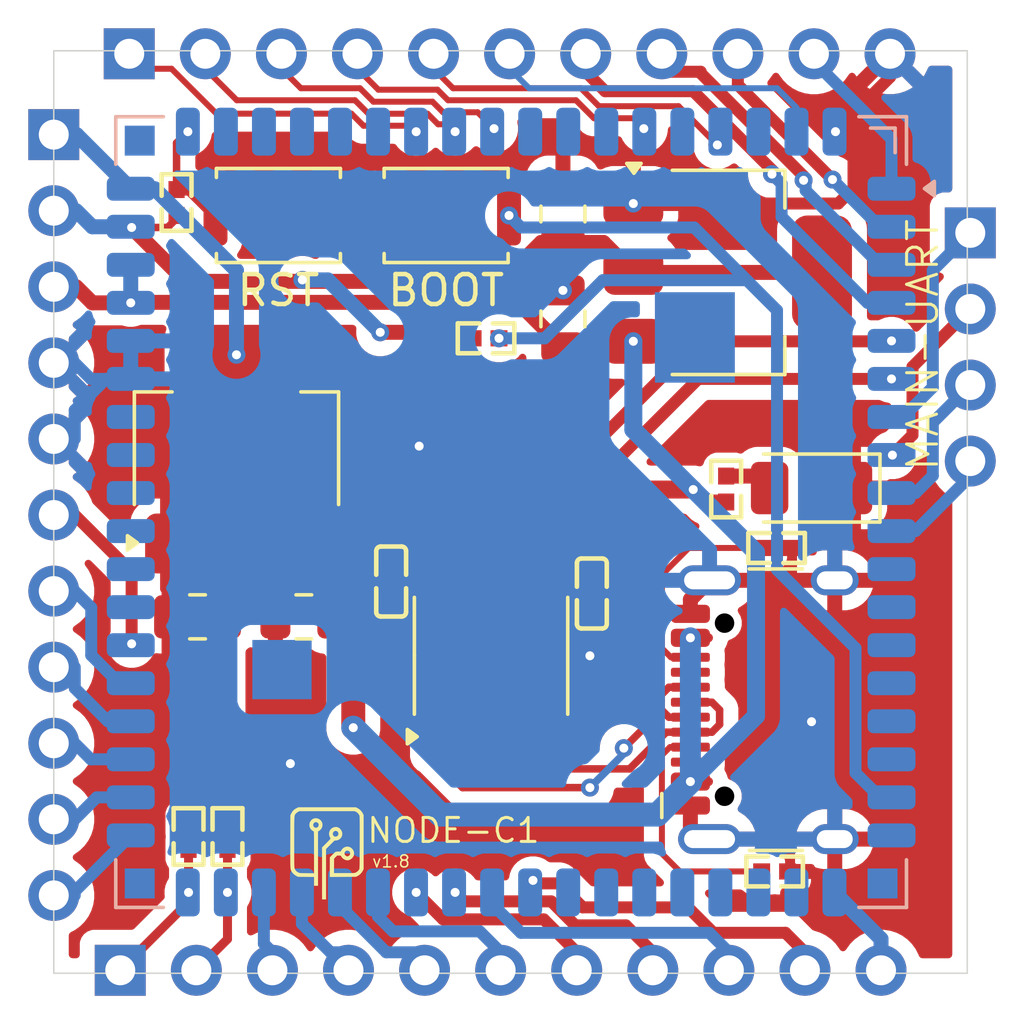
<source format=kicad_pcb>
(kicad_pcb (version 20241229) (generator "pcbnew") (generator_version "9.0")
  (layers (0 "F.Cu" signal) (2 "B.Cu" signal) (13 "F.Paste" user) (15 "B.Paste" user) (5 "F.SilkS" user "F.Silkscreen") (7 "B.SilkS" user "B.Silkscreen") (1 "F.Mask" user) (3 "B.Mask" user) (25 "Edge.Cuts" user))
  (net 0 "")
  (net 1 "GND")
  (net 2 "+3.3V")
  (net 3 "VBUS")
  (net 4 "+1V8")
  (net 5 "RST")
  (net 6 "Net-(U2-V3)")
  (net 7 "/D+")
  (net 8 "Net-(J1-CC2)")
  (net 10 "/D-")
  (net 12 "Net-(J1-CC1)")
  (net 13 "/SDA")
  (net 14 "/SCL")
  (net 16 "/ICTS")
  (net 23 "BOOT")
  (net 25 "Net-(U1-IO5{slash}ISP_Tx)")
  (net 26 "Net-(U1-IO4{slash}ISP_Rx)")
  (net 29 "/IRTS")
  (net 42 "/ITX")
  (net 43 "/IRX")
  (net 47 "/TDI")
  (net 48 "/TCK")
  (net 49 "/TMS")
  (net 50 "/TDO")
  (net 51 "/DVP1")
  (net 52 "/DVP3")
  (net 53 "/DVP2")
  (net 58 "/LCD3")
  (net 59 "/LCD1")
  (net 60 "/LCD2")
  (net 61 "/IO40")
  (net 62 "/IO37")
  (net 63 "/IO36")
  (net 64 "/IO38")
  (net 65 "/IO41")
  (net 66 "/IO39")
  (net 67 "/IO31")
  (net 68 "/IO26")
  (net 69 "/IO28")
  (net 70 "/IO33")
  (net 71 "/IO29")
  (net 72 "/IO32")
  (net 73 "/IO30")
  (net 74 "/IO27")
  (net 75 "/IO18")
  (net 77 "Net-(D1-A)")
  (footprint "0402:R0402" (layer "F.Cu") (at 145.55 78.3328 90)
    (property "Reference" "R4" (hide yes))
    (property "Value" "RC0402FR-13220RL (220Ω)" (hide yes))
  )
  (footprint "Capacitor_SMD:C_0805_2012Metric" (layer "F.Cu") (at 127.9 82.6 180)
    (property "Reference" "C7" (hide yes))
    (property "Value" "10u" (hide yes))
  )
  (footprint "Connector_PinHeader_2.54mm:PinHeader_1x04_P2.54mm_Vertical" (layer "F.Cu") (at 153.7 69.78)
    (property "Reference" "J3" (hide yes))
    (property "Value" "Conn_01x04_Pin" (hide yes))
  )
  (footprint "Connector_PinHeader_2.54mm:PinHeader_1x11_P2.54mm_Vertical" (layer "F.Cu") (at 123.1 66.5)
    (property "Reference" "J5" (hide yes))
    (property "Value" "Conn_01x11_Pin" (hide yes))
  )
  (footprint "0402:R0402" (layer "F.Cu") (at 127.6 89.9328 -90)
    (property "Reference" "R3" (hide yes))
    (property "Value" "5.1kΩ" (hide yes))
  )
  (footprint "Package_SO:SOP-8_3.9x4.9mm_P1.27mm" (layer "F.Cu") (at 137.7 83.9 90)
    (property "Reference" "U2" (hide yes))
    (property "Value" "CH340N" (hide yes))
  )
  (footprint "Button_Switch_SMD:SW_Push_SPST_NO_Alps_SKRK" (layer "F.Cu") (at 136.2 69.2)
    (property "Reference" "BOOT")
    (property "Value" "SKRKAGE020" (hide yes))
  )
  (footprint "Connector_USB:USB_C_Receptacle_HCTL_HC-TYPE-C-16P-01A" (layer "F.Cu") (at 148.1 85.7 90)
    (property "Reference" "J1" (hide yes))
    (property "Value" "USB_C_Receptacle_USB2.0_16P" (hide yes))
  )
  (footprint "0402:R0402" (layer "F.Cu") (at 128.9 89.9328 -90)
    (property "Reference" "R2" (hide yes))
    (property "Value" "5.1kΩ" (hide yes))
  )
  (footprint "0402:R0402" (layer "F.Cu") (at 137.5328 73.3)
    (property "Reference" "R8" (hide yes))
    (property "Value" "RC0402FR-075K1L (5.1kΩ)" (hide yes))
  )
  (footprint "10uF:C0402" (layer "F.Cu") (at 141.065 81.8201 90)
    (property "Reference" "C2" (hide yes))
    (property "Value" "100nF" (hide yes))
  )
  (footprint "0402:R0402" (layer "F.Cu") (at 147.1672 91.1)
    (property "Reference" "R6" (hide yes))
    (property "Value" "5.1kΩ" (hide yes))
  )
  (footprint "Connector_PinHeader_2.54mm:PinHeader_1x11_P2.54mm_Vertical" (layer "F.Cu") (at 125.32 94.4 90)
    (property "Reference" "J4" (hide yes))
    (property "Value" "Conn_01x11_Pin" (hide yes))
  )
  (footprint "Capacitor_SMD:C_0805_2012Metric" (layer "F.Cu") (at 131.45 82.6 180)
    (property "Reference" "C4" (hide yes))
    (property "Value" "10u" (hide yes))
  )
  (footprint "Package_TO_SOT_SMD:SOT-223-3_TabPin2" (layer "F.Cu") (at 145.6 71.1)
    (property "Reference" "U3" (hide yes))
    (property "Value" "NCP1117-1.8_SOT223" (hide yes))
  )
  (footprint "0402:R0402" (layer "F.Cu") (at 147.2328 80.3)
    (property "Reference" "R5" (hide yes))
    (property "Value" "5.1kΩ" (hide yes))
  )
  (footprint "Capacitor_SMD:C_0805_2012Metric" (layer "F.Cu") (at 140.1 72.65 90)
    (property "Reference" "C5" (hide yes))
    (property "Value" "10u" (hide yes))
  )
  (footprint "0402:R0402" (layer "F.Cu") (at 127.2 68.7672 90)
    (property "Reference" "R7" (hide yes))
    (property "Value" "RC0402FR-075K1L (5.1kΩ)" (hide yes))
  )
  (footprint "10uF:C0402" (layer "F.Cu") (at 134.365 81.4201 90)
    (property "Reference" "C3" (hide yes))
    (property "Value" "100nF" (hide yes))
  )
  (footprint "Button_Switch_SMD:SW_Push_SPST_NO_Alps_SKRK" (layer "F.Cu") (at 130.6 69.2 180)
    (property "Reference" "RST")
    (property "Value" "SKRKAGE020" (hide yes))
  )
  (footprint "LED_SMD:LED_1206_3216Metric" (layer "F.Cu") (at 148.4 78.3 180)
    (property "Reference" "D1" (hide yes))
    (property "Value" "LTST-C150RKT" (hide yes))
  )
  (footprint "Package_TO_SOT_SMD:SOT-223-3_TabPin2" (layer "F.Cu") (at 129.2 77 90)
    (property "Reference" "U4" (hide yes))
    (property "Value" "NCP1117-3.3_SOT223" (hide yes))
  )
  (footprint "Capacitor_SMD:C_0805_2012Metric" (layer "F.Cu") (at 140.1 69.15 90)
    (property "Reference" "C6" (hide yes))
    (property "Value" "10u" (hide yes))
  )
  (footprint "Connector_PinHeader_2.54mm:PinHeader_1x11_P2.54mm_Vertical" (layer "F.Cu") (at 125.62 63.8 90)
    (property "Reference" "J2" (hide yes))
    (property "Value" "Conn_01x11_Pin" (hide yes))
  )
  (footprint "LOGO" (layer "F.Cu") (at 132.2 90.4)
    (property "Reference" "G***" (hide yes))
    (property "Value" "LOGO" (hide yes))
  )
  (footprint "Module:Sipeed-M1" (layer "B.Cu") (at 138.37 79.101 180)
    (property "Reference" "U1" (hide yes))
    (property "Value" "Sipeed-M1")
  )
  (gr_rect (start 123.1 63.7) (end 153.6 94.5) (stroke (width 0.05)) (fill no) (layer "Edge.Cuts"))
  (gr_text "v1.8" (at 133.7 91 -0) (layer "F.SilkS") (effects (font (size 0.4 0.4) (thickness 0.05)) (justify left bottom)))
  (gr_text "MAIN-UART" (at 152.7 77.8 90) (layer "F.SilkS") (effects (font (size 1 1) (thickness 0.1)) (justify left bottom)))
  (gr_text "NODE-C1\n" (at 133.5 90.2 -0) (layer "F.SilkS") (effects (font (size 0.8 0.8) (thickness 0.1)) (justify left bottom)))
  (segment (start 149.2 66.4) (end 151.02 64.58) (width 0.4) (layer "F.Cu") (net 1))
  (segment (start 149.801 67.001) (end 149.801 68.290364) (width 0.4) (layer "F.Cu") (net 1))
  (segment (start 151.02 64.58) (end 151.02 64.401) (width 0.4) (layer "F.Cu") (net 1))
  (segment (start 149.801 68.290364) (end 149.291364 68.8) (width 0.4) (layer "F.Cu") (net 1))
  (segment (start 144.355 82.02) (end 144.995 81.38) (width 0.5) (layer "F.Cu") (net 1))
  (segment (start 149.291364 68.8) (end 142.45 68.8) (width 0.4) (layer "F.Cu") (net 1))
  (segment (start 144.355 82.5) (end 144.355 82.02) (width 0.5) (layer "F.Cu") (net 1))
  (segment (start 149.2 66.4) (end 149.801 67.001) (width 0.4) (layer "F.Cu") (net 1))
  (via (at 142.45 68.8) (size 0.6) (drill 0.3) (layers "F.Cu" "B.Cu") (net 1))
  (via (at 141 83.9) (size 0.6) (drill 0.3) (layers "F.Cu" "B.Cu") (net 1))
  (via (at 149.2 66.4) (size 0.6) (drill 0.3) (layers "F.Cu" "B.Cu") (net 1))
  (via (at 135.3 76.9) (size 0.6) (drill 0.3) (layers "F.Cu" "B.Cu") (net 1))
  (via (at 131 87.5) (size 0.6) (drill 0.3) (layers "F.Cu" "B.Cu") (net 1))
  (via (at 140.1 71.7) (size 0.6) (drill 0.3) (layers "F.Cu" "B.Cu") (net 1))
  (via (at 148.4 86.1) (size 0.6) (drill 0.3) (layers "F.Cu" "B.Cu") (net 1))
  (segment (start 124.844 74.656) (end 123.801 75.699) (width 0.4) (layer "B.Cu") (net 1))
  (segment (start 149.199 66.401) (end 149.2 66.4) (width 0.4) (layer "B.Cu") (net 1))
  (segment (start 123.801 75.699) (end 123.801 76.66) (width 0.4) (layer "B.Cu") (net 1))
  (segment (start 151.07 64.451) (end 151.02 64.401) (width 0.4) (layer "B.Cu") (net 1))
  (segment (start 125.67 74.656) (end 124.337 74.656) (width 0.4) (layer "B.Cu") (net 1))
  (segment (start 149.1675 66.401) (end 149.199 66.401) (width 0.4) (layer "B.Cu") (net 1))
  (segment (start 125.67 74.656) (end 124.844 74.656) (width 0.4) (layer "B.Cu") (net 1))
  (segment (start 124.337 74.656) (end 123.801 74.12) (width 0.4) (layer "B.Cu") (net 1))
  (segment (start 129.2 80.15) (end 129.2 82.25) (width 0.5) (layer "F.Cu") (net 2))
  (segment (start 128.9 89.3) (end 128.85 89.25) (width 0.3) (layer "F.Cu") (net 2))
  (segment (start 128.9 89.5) (end 128.9 89.3) (width 0.3) (layer "F.Cu") (net 2))
  (segment (start 129.2 82.25) (end 128.85 82.6) (width 0.5) (layer "F.Cu") (net 2))
  (segment (start 129.2 80.15) (end 129.2 73.85) (width 0.5) (layer "F.Cu") (net 2))
  (segment (start 128.85 89.25) (end 128.85 82.6) (width 0.3) (layer "F.Cu") (net 2))
  (segment (start 128.9 89.5) (end 127.6 89.5) (width 0.3) (layer "F.Cu") (net 2))
  (via (at 129.2 73.85) (size 0.6) (drill 0.3) (layers "F.Cu" "B.Cu") (net 2))
  (segment (start 123.864 66.5) (end 123.851 66.5) (width 0.5) (layer "B.Cu") (net 2))
  (segment (start 126.47 68.306) (end 125.67 68.306) (width 0.5) (layer "B.Cu") (net 2))
  (segment (start 125.67 68.306) (end 123.864 66.5) (width 0.5) (layer "B.Cu") (net 2))
  (segment (start 129.2 71.036) (end 126.47 68.306) (width 0.5) (layer "B.Cu") (net 2))
  (segment (start 129.2 73.85) (end 129.2 71.036) (width 0.5) (layer "B.Cu") (net 2))
  (segment (start 133.1 86.3) (end 133.1 83.3) (width 0.8) (layer "F.Cu") (net 3))
  (segment (start 125.67 72.116) (end 124.387 72.116) (width 0.5) (layer "F.Cu") (net 3))
  (segment (start 144.355 83.3) (end 144.958281 83.3) (width 0.3) (layer "F.Cu") (net 3))
  (segment (start 140.1 73.6) (end 138.6 72.1) (width 0.5) (layer "F.Cu") (net 3))
  (segment (start 141.065 80.202214) (end 141.065 81.275) (width 0.6) (layer "F.Cu") (net 3))
  (segment (start 125.686 72.1) (end 125.67 72.116) (width 0.5) (layer "F.Cu") (net 3))
  (segment (start 133.1 83.3) (end 132.4 82.6) (width 0.8) (layer "F.Cu") (net 3))
  (segment (start 124.387 72.116) (end 123.851 71.58) (width 0.5) (layer "F.Cu") (net 3))
  (segment (start 131.5 80.15) (end 131.5 81.7) (width 0.5) (layer "F.Cu") (net 3))
  (segment (start 142.45 73.4) (end 140.3 73.4) (width 0.5) (layer "F.Cu") (net 3))
  (segment (start 131.5 81.7) (end 132.4 82.6) (width 0.5) (layer "F.Cu") (net 3))
  (segment (start 139.605 81.275) (end 141.065 81.275) (width 0.5) (layer "F.Cu") (net 3))
  (segment (start 140.3 73.4) (end 140.1 73.6) (width 0.5) (layer "F.Cu") (net 3))
  (segment (start 144.45 78.35) (end 142.917214 78.35) (width 0.6) (layer "F.Cu") (net 3))
  (segment (start 144.8656 78.7656) (end 144.45 78.35) (width 0.5) (layer "F.Cu") (net 3))
  (segment (start 144.959534 88.1) (end 144.355 88.1) (width 0.3) (layer "F.Cu") (net 3))
  (segment (start 145.55 78.7656) (end 144.8656 78.7656) (width 0.5) (layer "F.Cu") (net 3))
  (segment (start 138.6 72.1) (end 125.686 72.1) (width 0.5) (layer "F.Cu") (net 3))
  (segment (start 142.917214 78.35) (end 141.065 80.202214) (width 0.6) (layer "F.Cu") (net 3))
  (via (at 133.1 86.3) (size 0.6) (drill 0.3) (layers "F.Cu" "B.Cu") (net 3))
  (via (at 144.355 88.1) (size 0.6) (drill 0.3) (layers "F.Cu" "B.Cu") (net 3))
  (via (at 125.67 72.116) (size 0.6) (drill 0.3) (layers "F.Cu" "B.Cu") (net 3))
  (via (at 144.45 78.35) (size 0.6) (drill 0.3) (layers "F.Cu" "B.Cu") (net 3))
  (via (at 144.355 83.3) (size 0.6) (drill 0.3) (layers "F.Cu" "B.Cu") (net 3))
  (via (at 142.45 73.4) (size 0.6) (drill 0.3) (layers "F.Cu" "B.Cu") (net 3))
  (segment (start 144.45 78.35) (end 144.4 78.3) (width 0.6) (layer "B.Cu") (net 3))
  (segment (start 146.546 80.446) (end 146.546 85.909) (width 0.6) (layer "B.Cu") (net 3))
  (segment (start 125.67 70.846) (end 125.67 72.116) (width 0.5) (layer "B.Cu") (net 3))
  (segment (start 146.546 85.909) (end 144.355 88.1) (width 0.6) (layer "B.Cu") (net 3))
  (segment (start 143.253 89.202) (end 136.002 89.202) (width 0.8) (layer "B.Cu") (net 3))
  (segment (start 144.45 78.35) (end 146.546 80.446) (width 0.6) (layer "B.Cu") (net 3))
  (segment (start 144.355 83.3) (end 144.355 88.1) (width 0.7) (layer "B.Cu") (net 3))
  (segment (start 142.45 73.4) (end 142.45 76.35) (width 0.6) (layer "B.Cu") (net 3))
  (segment (start 136.002 89.202) (end 133.1 86.3) (width 0.8) (layer "B.Cu") (net 3))
  (segment (start 144.355 88.1) (end 143.253 89.202) (width 0.8) (layer "B.Cu") (net 3))
  (segment (start 142.45 76.35) (end 144.45 78.35) (width 0.6) (layer "B.Cu") (net 3))
  (segment (start 138.801 70.674) (end 139.375 70.1) (width 0.5) (layer "F.Cu") (net 4))
  (segment (start 136.9 73.1) (end 137.1 73.3) (width 0.5) (layer "F.Cu") (net 4))
  (segment (start 134 73.1) (end 136.9 73.1) (width 0.5) (layer "F.Cu") (net 4))
  (segment (start 125.7 69.6) (end 126.9 69.6) (width 0.25) (layer "F.Cu") (net 4))
  (segment (start 142.45 71.1) (end 141.45 70.1) (width 0.5) (layer "F.Cu") (net 4))
  (segment (start 138.801 71.399) (end 138.801 70.674) (width 0.5) (layer "F.Cu") (net 4))
  (segment (start 126.9 69.6) (end 127.2 69.3) (width 0.25) (layer "F.Cu") (net 4))
  (segment (start 142.45 71.1) (end 148.75 71.1) (width 0.5) (layer "F.Cu") (net 4))
  (segment (start 139.375 70.1) (end 140.1 70.1) (width 0.5) (layer "F.Cu") (net 4))
  (segment (start 138.801 71.399) (end 127.499 71.399) (width 0.5) (layer "F.Cu") (net 4))
  (segment (start 141.45 70.1) (end 140.1 70.1) (width 0.5) (layer "F.Cu") (net 4))
  (segment (start 127.499 71.399) (end 125.7 69.6) (width 0.5) (layer "F.Cu") (net 4))
  (via (at 134 73.1) (size 0.6) (drill 0.3) (layers "F.Cu" "B.Cu") (net 4))
  (via (at 125.7 69.6) (size 0.6) (drill 0.3) (layers "F.Cu" "B.Cu") (net 4))
  (via (at 131.4 71.35) (size 0.6) (drill 0.3) (layers "F.Cu" "B.Cu") (net 4))
  (segment (start 132.25 71.35) (end 134 73.1) (width 0.5) (layer "B.Cu") (net 4))
  (segment (start 124.387 69.576) (end 123.851 69.04) (width 0.5) (layer "B.Cu") (net 4))
  (segment (start 131.4 71.35) (end 132.25 71.35) (width 0.5) (layer "B.Cu") (net 4))
  (segment (start 125.67 69.576) (end 125.676 69.576) (width 0.5) (layer "B.Cu") (net 4))
  (segment (start 125.67 69.576) (end 124.387 69.576) (width 0.5) (layer "B.Cu") (net 4))
  (segment (start 125.676 69.576) (end 125.7 69.6) (width 0.5) (layer "B.Cu") (net 4))
  (segment (start 127.6344 68.3344) (end 128.5 69.2) (width 0.4) (layer "F.Cu") (net 5))
  (segment (start 127.2 68.3344) (end 127.6344 68.3344) (width 0.4) (layer "F.Cu") (net 5))
  (segment (start 127.2 68.4344) (end 127.2 66.7785) (width 0.25) (layer "F.Cu") (net 5))
  (segment (start 127.2 66.7785) (end 127.5775 66.401) (width 0.25) (layer "F.Cu") (net 5))
  (via (at 127.5775 66.401) (size 0.6) (drill 0.3) (layers "F.Cu" "B.Cu") (net 5))
  (segment (start 135.395 80.875) (end 134.365 80.875) (width 0.25) (layer "F.Cu") (net 6))
  (segment (start 135.795 81.275) (end 135.395 80.875) (width 0.25) (layer "F.Cu") (net 6))
  (segment (start 136.746001 88.301) (end 135.795 87.349999) (width 0.25) (layer "F.Cu") (net 7))
  (segment (start 143.379 85.4) (end 143.379 85.206822) (width 0.25) (layer "F.Cu") (net 7))
  (segment (start 144.355 85.95) (end 143.635822 85.95) (width 0.25) (layer "F.Cu") (net 7))
  (segment (start 143.379 85.4) (end 143.379 85.737116) (width 0.25) (layer "F.Cu") (net 7))
  (segment (start 143.635822 85.95) (end 143.379 85.693178) (width 0.25) (layer "F.Cu") (net 7))
  (segment (start 143.379 85.737116) (end 142.132558 86.983558) (width 0.25) (layer "F.Cu") (net 7))
  (segment (start 143.379 85.693178) (end 143.379 85.4) (width 0.25) (layer "F.Cu") (net 7))
  (segment (start 135.795 87.349999) (end 135.795 86.525) (width 0.25) (layer "F.Cu") (net 7))
  (segment (start 143.379 85.206822) (end 143.635822 84.95) (width 0.25) (layer "F.Cu") (net 7))
  (segment (start 141 88.301) (end 136.746001 88.301) (width 0.25) (layer "F.Cu") (net 7))
  (segment (start 143.635822 84.95) (end 144.355 84.95) (width 0.25) (layer "F.Cu") (net 7))
  (via (at 142.132558 86.983558) (size 0.6) (drill 0.3) (layers "F.Cu" "B.Cu") (net 7))
  (via (at 141 88.301) (size 0.6) (drill 0.3) (layers "F.Cu" "B.Cu") (net 7))
  (segment (start 142.132558 86.983558) (end 142.132558 87.168442) (width 0.25) (layer "B.Cu") (net 7))
  (segment (start 142.132558 87.168442) (end 141 88.301) (width 0.25) (layer "B.Cu") (net 7))
  (segment (start 143.404 83.648999) (end 143.404 81.196) (width 0.2) (layer "F.Cu") (net 8))
  (segment (start 144.3 80.3) (end 146.8 80.3) (width 0.2) (layer "F.Cu") (net 8))
  (segment (start 143.705001 83.95) (end 143.404 83.648999) (width 0.2) (layer "F.Cu") (net 8))
  (segment (start 143.404 81.196) (end 144.3 80.3) (width 0.2) (layer "F.Cu") (net 8))
  (segment (start 144.355 83.95) (end 143.705001 83.95) (width 0.2) (layer "F.Cu") (net 8))
  (segment (start 144.355 86.45) (end 143.55 86.45) (width 0.25) (layer "F.Cu") (net 10))
  (segment (start 143.55 86.45) (end 142.324 87.676) (width 0.25) (layer "F.Cu") (net 10))
  (segment (start 144.355 85.45) (end 145.074178 85.45) (width 0.25) (layer "F.Cu") (net 10))
  (segment (start 137.065 86.757322) (end 137.065 86.525) (width 0.25) (layer "F.Cu") (net 10))
  (segment (start 145.074178 85.45) (end 145.331 85.706822) (width 0.25) (layer "F.Cu") (net 10))
  (segment (start 142.324 87.676) (end 137.983678 87.676) (width 0.25) (layer "F.Cu") (net 10))
  (segment (start 137.983678 87.676) (end 137.065 86.757322) (width 0.25) (layer "F.Cu") (net 10))
  (segment (start 145.331 85.706822) (end 145.331 86.193178) (width 0.25) (layer "F.Cu") (net 10))
  (segment (start 145.074178 86.45) (end 144.355 86.45) (width 0.25) (layer "F.Cu") (net 10))
  (segment (start 145.331 86.193178) (end 145.074178 86.45) (width 0.25) (layer "F.Cu") (net 10))
  (segment (start 143.404 90.504) (end 143.404 87.217176) (width 0.2) (layer "F.Cu") (net 12))
  (segment (start 143.671176 86.95) (end 144.355 86.95) (width 0.2) (layer "F.Cu") (net 12))
  (segment (start 146.7344 91.1) (end 144 91.1) (width 0.2) (layer "F.Cu") (net 12))
  (segment (start 144 91.1) (end 143.404 90.504) (width 0.2) (layer "F.Cu") (net 12))
  (segment (start 143.404 87.217176) (end 143.671176 86.95) (width 0.2) (layer "F.Cu") (net 12))
  (segment (start 128.411 93.849) (end 127.86 93.849) (width 0.3) (layer "F.Cu") (net 13))
  (segment (start 128.9 91.8) (end 128.9 93.36) (width 0.3) (layer "F.Cu") (net 13))
  (segment (start 128.9 93.36) (end 128.411 93.849) (width 0.3) (layer "F.Cu") (net 13))
  (segment (start 128.9 91.8) (end 128.9 90.3656) (width 0.3) (layer "F.Cu") (net 13))
  (via (at 128.9 91.8) (size 0.6) (drill 0.3) (layers "F.Cu" "B.Cu") (net 13))
  (segment (start 128.845 91.801) (end 128.899 91.801) (width 0.3) (layer "B.Cu") (net 13))
  (segment (start 128.899 91.801) (end 128.9 91.8) (width 0.3) (layer "B.Cu") (net 13))
  (segment (start 125.871 93.849) (end 125.32 93.849) (width 0.3) (layer "F.Cu") (net 14))
  (segment (start 127.6 92.12) (end 125.871 93.849) (width 0.3) (layer "F.Cu") (net 14))
  (segment (start 127.6 91.8) (end 127.6 90.3656) (width 0.3) (layer "F.Cu") (net 14))
  (segment (start 127.6 91.8) (end 127.6 92.12) (width 0.3) (layer "F.Cu") (net 14))
  (via (at 127.6 91.8) (size 0.6) (drill 0.3) (layers "F.Cu" "B.Cu") (net 14))
  (segment (start 127.575 91.801) (end 127.599 91.801) (width 0.3) (layer "B.Cu") (net 14))
  (segment (start 127.599 91.801) (end 127.6 91.8) (width 0.3) (layer "B.Cu") (net 14))
  (segment (start 151.771 76.529) (end 151.771 74.249) (width 0.4) (layer "F.Cu") (net 16))
  (segment (start 151.771 74.249) (end 153.7 72.32) (width 0.4) (layer "F.Cu") (net 16))
  (segment (start 151.1 77.2) (end 151.771 76.529) (width 0.4) (layer "F.Cu") (net 16))
  (via (at 151.1 77.2) (size 0.6) (drill 0.3) (layers "F.Cu" "B.Cu") (net 16))
  (segment (start 151.096 77.196) (end 151.1 77.2) (width 0.4) (layer "B.Cu") (net 16))
  (segment (start 151.07 77.196) (end 151.096 77.196) (width 0.4) (layer "B.Cu") (net 16))
  (via (at 137.9656 73.3) (size 0.6) (drill 0.3) (layers "F.Cu" "B.Cu") (net 23))
  (via (at 138.3 69.2) (size 0.6) (drill 0.3) (layers "F.Cu" "B.Cu") (net 23))
  (segment (start 139.491364 73.3) (end 137.9656 73.3) (width 0.4) (layer "B.Cu") (net 23))
  (segment (start 138.7 69.6) (end 144.481 69.6) (width 0.4) (layer "B.Cu") (net 23))
  (segment (start 144.481 69.6) (end 146.241 71.36) (width 0.4) (layer "B.Cu") (net 23))
  (segment (start 149.869 83.648206) (end 147.247 81.026206) (width 0.4) (layer "B.Cu") (net 23))
  (segment (start 149.869 87.810484) (end 149.869 83.648206) (width 0.4) (layer "B.Cu") (net 23))
  (segment (start 146.241 71.36) (end 141.431364 71.36) (width 0.4) (layer "B.Cu") (net 23))
  (segment (start 151.07 88.626) (end 150.684516 88.626) (width 0.4) (layer "B.Cu") (net 23))
  (segment (start 147.247 72.366) (end 146.241 71.36) (width 0.4) (layer "B.Cu") (net 23))
  (segment (start 138.3 69.2) (end 138.7 69.6) (width 0.4) (layer "B.Cu") (net 23))
  (segment (start 150.684516 88.626) (end 149.869 87.810484) (width 0.4) (layer "B.Cu") (net 23))
  (segment (start 141.431364 71.36) (end 139.491364 73.3) (width 0.4) (layer "B.Cu") (net 23))
  (segment (start 147.247 81.026206) (end 147.247 72.366) (width 0.4) (layer "B.Cu") (net 23))
  (segment (start 138.335 81.275) (end 138.335 80.936612) (width 0.4) (layer "F.Cu") (net 25))
  (segment (start 144.615612 74.656) (end 151.07 74.656) (width 0.4) (layer "F.Cu") (net 25))
  (segment (start 138.335 80.936612) (end 144.615612 74.656) (width 0.4) (layer "F.Cu") (net 25))
  (via (at 151.07 74.656) (size 0.6) (drill 0.3) (layers "F.Cu" "B.Cu") (net 25))
  (segment (start 144.600612 73.401) (end 151.055 73.401) (width 0.4) (layer "F.Cu") (net 26))
  (segment (start 137.065 80.936612) (end 144.600612 73.401) (width 0.4) (layer "F.Cu") (net 26))
  (segment (start 151.055 73.401) (end 151.07 73.386) (width 0.4) (layer "F.Cu") (net 26))
  (segment (start 137.065 81.275) (end 137.065 80.936612) (width 0.4) (layer "F.Cu") (net 26))
  (via (at 151.07 73.386) (size 0.6) (drill 0.3) (layers "F.Cu" "B.Cu") (net 26))
  (segment (start 151.455484 75.926) (end 152.449 74.932484) (width 0.4) (layer "B.Cu") (net 29))
  (segment (start 152.449 74.932484) (end 152.449 71.031) (width 0.4) (layer "B.Cu") (net 29))
  (segment (start 152.449 71.031) (end 153.7 69.78) (width 0.4) (layer "B.Cu") (net 29))
  (segment (start 151.07 75.926) (end 151.455484 75.926) (width 0.4) (layer "B.Cu") (net 29))
  (segment (start 153.7 77.906) (end 153.7 77.4) (width 0.4) (layer "B.Cu") (net 42))
  (segment (start 153.496 77.196) (end 153.7 77.4) (width 0.4) (layer "B.Cu") (net 42))
  (segment (start 151.07 79.736) (end 151.87 79.736) (width 0.4) (layer "B.Cu") (net 42))
  (segment (start 151.87 79.736) (end 153.7 77.906) (width 0.4) (layer "B.Cu") (net 42))
  (segment (start 151.07 78.466) (end 151.87 78.466) (width 0.4) (layer "B.Cu") (net 43))
  (segment (start 151.87 78.466) (end 152.449 77.887) (width 0.4) (layer "B.Cu") (net 43))
  (segment (start 152.449 76.111) (end 153.7 74.86) (width 0.4) (layer "B.Cu") (net 43))
  (segment (start 152.449 77.887) (end 152.449 76.111) (width 0.4) (layer "B.Cu") (net 43))
  (segment (start 149.1 68) (end 145.94 64.84) (width 0.4) (layer "F.Cu") (net 47))
  (segment (start 145.94 64.84) (end 145.94 64.401) (width 0.4) (layer "F.Cu") (net 47))
  (segment (start 145.94 64.401) (end 146.1 64.401) (width 0.4) (layer "F.Cu") (net 47))
  (via (at 149.1 68) (size 0.6) (drill 0.3) (layers "F.Cu" "B.Cu") (net 47))
  (segment (start 151.07 69.576) (end 150.676 69.576) (width 0.4) (layer "B.Cu") (net 47))
  (segment (start 150.676 69.576) (end 149.1 68) (width 0.4) (layer "B.Cu") (net 47))
  (segment (start 151.07 68.306) (end 151.07 66.648016) (width 0.4) (layer "B.Cu") (net 48))
  (segment (start 148.822984 64.401) (end 148.48 64.401) (width 0.4) (layer "B.Cu") (net 48))
  (segment (start 151.07 66.648016) (end 148.822984 64.401) (width 0.4) (layer "B.Cu") (net 48))
  (segment (start 144.7 64.401) (end 143.4 64.401) (width 0.4) (layer "F.Cu") (net 49))
  (segment (start 148.135019 67.884961) (end 144.7 64.449942) (width 0.4) (layer "F.Cu") (net 49))
  (segment (start 144.7 64.449942) (end 144.7 64.401) (width 0.4) (layer "F.Cu") (net 49))
  (segment (start 148.135019 68.024969) (end 148.135019 67.884961) (width 0.4) (layer "F.Cu") (net 49))
  (via (at 148.135019 68.024969) (size 0.6) (drill 0.3) (layers "F.Cu" "B.Cu") (net 49))
  (segment (start 148.205023 68.094973) (end 148.205023 68.366507) (width 0.4) (layer "B.Cu") (net 49))
  (segment (start 148.135019 68.024969) (end 148.205023 68.094973) (width 0.4) (layer "B.Cu") (net 49))
  (segment (start 150.684516 70.846) (end 151.07 70.846) (width 0.4) (layer "B.Cu") (net 49))
  (segment (start 148.205023 68.366507) (end 150.684516 70.846) (width 0.4) (layer "B.Cu") (net 49))
  (segment (start 141.508942 65.049942) (end 140.86 64.401) (width 0.4) (layer "F.Cu") (net 50))
  (segment (start 147.080054 67.819946) (end 147.080054 67.679938) (width 0.4) (layer "F.Cu") (net 50))
  (segment (start 144.450058 65.049942) (end 141.508942 65.049942) (width 0.4) (layer "F.Cu") (net 50))
  (segment (start 147.080054 67.679938) (end 144.450058 65.049942) (width 0.4) (layer "F.Cu") (net 50))
  (via (at 147.080054 67.819946) (size 0.6) (drill 0.3) (layers "F.Cu" "B.Cu") (net 50))
  (segment (start 147.080054 67.819946) (end 147.4 68.139892) (width 0.4) (layer "B.Cu") (net 50))
  (segment (start 147.4 69.246) (end 150.27 72.116) (width 0.4) (layer "B.Cu") (net 50))
  (segment (start 147.4 68.139892) (end 147.4 69.246) (width 0.4) (layer "B.Cu") (net 50))
  (segment (start 150.27 72.116) (end 151.07 72.116) (width 0.4) (layer "B.Cu") (net 50))
  (segment (start 147.8975 66.401) (end 147.8975 65.601) (width 0.2) (layer "B.Cu") (net 51))
  (segment (start 147.2475 64.951) (end 138.97 64.951) (width 0.2) (layer "B.Cu") (net 51))
  (segment (start 138.97 64.951) (end 138.32 64.301) (width 0.2) (layer "B.Cu") (net 51))
  (segment (start 147.8975 65.601) (end 147.2475 64.951) (width 0.2) (layer "B.Cu") (net 51))
  (segment (start 136.2639 65.352) (end 135.9119 65) (width 0.2) (layer "F.Cu") (net 52))
  (segment (start 140.535379 65.352) (end 136.2639 65.352) (width 0.2) (layer "F.Cu") (net 52))
  (segment (start 135.9119 65) (end 133.939 65) (width 0.2) (layer "F.Cu") (net 52))
  (segment (start 133.939 65) (end 133.24 64.301) (width 0.2) (layer "F.Cu") (net 52))
  (segment (start 141.135322 65.951942) (end 140.535379 65.352) (width 0.2) (layer "F.Cu") (net 52))
  (segment (start 142.8 66.3) (end 142.451942 65.951942) (width 0.2) (layer "F.Cu") (net 52))
  (segment (start 142.451942 65.951942) (end 141.135322 65.951942) (width 0.2) (layer "F.Cu") (net 52))
  (via (at 142.8 66.3) (size 0.6) (drill 0.3) (layers "F.Cu" "B.Cu") (net 52))
  (segment (start 142.8175 66.401) (end 142.8175 66.3175) (width 0.2) (layer "B.Cu") (net 52))
  (segment (start 142.8175 66.3175) (end 142.8 66.3) (width 0.2) (layer "B.Cu") (net 52))
  (segment (start 140.701479 64.951) (end 136.43 64.951) (width 0.2) (layer "F.Cu") (net 53))
  (segment (start 143.961108 65.550942) (end 141.301422 65.550942) (width 0.2) (layer "F.Cu") (net 53))
  (segment (start 141.301422 65.550942) (end 140.701479 64.951) (width 0.2) (layer "F.Cu") (net 53))
  (segment (start 145.255083 66.844917) (end 143.961108 65.550942) (width 0.2) (layer "F.Cu") (net 53))
  (segment (start 136.43 64.951) (end 135.78 64.301) (width 0.2) (layer "F.Cu") (net 53))
  (via (at 145.255083 66.844917) (size 0.6) (drill 0.3) (layers "F.Cu" "B.Cu") (net 53))
  (segment (start 145.3575 66.401) (end 145.3575 66.7425) (width 0.2) (layer "B.Cu") (net 53))
  (segment (start 145.3575 66.7425) (end 145.255083 66.844917) (width 0.2) (layer "B.Cu") (net 53))
  (segment (start 135.001 66.203) (end 133.4407 66.203) (width 0.2) (layer "F.Cu") (net 58))
  (segment (start 133.0377 65.8) (end 128.53224 65.8) (width 0.2) (layer "F.Cu") (net 58))
  (segment (start 133.4407 66.203) (end 133.0377 65.8) (width 0.2) (layer "F.Cu") (net 58))
  (segment (start 128.53224 65.8) (end 127.03324 64.301) (width 0.2) (layer "F.Cu") (net 58))
  (segment (start 127.03324 64.301) (end 125.62 64.301) (width 0.2) (layer "F.Cu") (net 58))
  (segment (start 135.2 66.402) (end 135.001 66.203) (width 0.2) (layer "F.Cu") (net 58))
  (via (at 135.2 66.402) (size 0.6) (drill 0.3) (layers "F.Cu" "B.Cu") (net 58))
  (segment (start 135.1975 66.401) (end 135.199 66.401) (width 0.2) (layer "B.Cu") (net 58))
  (segment (start 135.199 66.401) (end 135.2 66.402) (width 0.2) (layer "B.Cu") (net 58))
  (segment (start 133.7729 65.401) (end 133.3229 64.951) (width 0.2) (layer "F.Cu") (net 59))
  (segment (start 137.253 65.753) (end 136.0978 65.753) (width 0.2) (layer "F.Cu") (net 59))
  (segment (start 135.7458 65.401) (end 133.7729 65.401) (width 0.2) (layer "F.Cu") (net 59))
  (segment (start 137.8 66.3) (end 137.253 65.753) (width 0.2) (layer "F.Cu") (net 59))
  (segment (start 133.3229 64.951) (end 131.35 64.951) (width 0.2) (layer "F.Cu") (net 59))
  (segment (start 136.0978 65.753) (end 135.7458 65.401) (width 0.2) (layer "F.Cu") (net 59))
  (segment (start 131.35 64.951) (end 130.7 64.301) (width 0.2) (layer "F.Cu") (net 59))
  (via (at 137.8 66.3) (size 0.6) (drill 0.3) (layers "F.Cu" "B.Cu") (net 59))
  (segment (start 137.7375 66.3625) (end 137.8 66.3) (width 0.2) (layer "B.Cu") (net 59))
  (segment (start 137.7375 66.401) (end 137.7375 66.3625) (width 0.2) (layer "B.Cu") (net 59))
  (segment (start 133.1568 65.352) (end 129.211 65.352) (width 0.2) (layer "F.Cu") (net 60))
  (segment (start 136.5 66.4) (end 136.254 66.154) (width 0.2) (layer "F.Cu") (net 60))
  (segment (start 133.6068 65.802) (end 133.1568 65.352) (width 0.2) (layer "F.Cu") (net 60))
  (segment (start 135.9317 66.154) (end 135.5797 65.802) (width 0.2) (layer "F.Cu") (net 60))
  (segment (start 136.254 66.154) (end 135.9317 66.154) (width 0.2) (layer "F.Cu") (net 60))
  (segment (start 129.211 65.352) (end 128.16 64.301) (width 0.2) (layer "F.Cu") (net 60))
  (segment (start 135.5797 65.802) (end 133.6068 65.802) (width 0.2) (layer "F.Cu") (net 60))
  (via (at 136.5 66.4) (size 0.6) (drill 0.3) (layers "F.Cu" "B.Cu") (net 60))
  (segment (start 136.4675 66.401) (end 136.499 66.401) (width 0.2) (layer "B.Cu") (net 60))
  (segment (start 136.499 66.401) (end 136.5 66.4) (width 0.2) (layer "B.Cu") (net 60))
  (segment (start 125.67 84.816) (end 125.284516 84.816) (width 0.4) (layer "B.Cu") (net 61))
  (segment (start 124.351 83.882484) (end 124.351 82.29) (width 0.4) (layer "B.Cu") (net 61))
  (segment (start 124.351 82.29) (end 123.801 81.74) (width 0.4) (layer "B.Cu") (net 61))
  (segment (start 125.284516 84.816) (end 124.351 83.882484) (width 0.4) (layer "B.Cu") (net 61))
  (segment (start 124.535 88.626) (end 123.801 89.36) (width 0.4) (layer "B.Cu") (net 62))
  (segment (start 125.67 88.626) (end 124.535 88.626) (width 0.4) (layer "B.Cu") (net 62))
  (segment (start 123.801 91.765) (end 123.801 91.9) (width 0.4) (layer "B.Cu") (net 63))
  (segment (start 125.67 89.896) (end 123.801 91.765) (width 0.4) (layer "B.Cu") (net 63))
  (segment (start 124.337 87.356) (end 123.801 86.82) (width 0.4) (layer "B.Cu") (net 64))
  (segment (start 125.67 87.356) (end 124.337 87.356) (width 0.4) (layer "B.Cu") (net 64))
  (segment (start 125.7 81.099) (end 123.801 79.2) (width 0.4) (layer "F.Cu") (net 65))
  (segment (start 125.7 83.5) (end 125.7 81.099) (width 0.4) (layer "F.Cu") (net 65))
  (via (at 125.7 83.5) (size 0.6) (drill 0.3) (layers "F.Cu" "B.Cu") (net 65))
  (segment (start 125.67 83.546) (end 125.67 83.53) (width 0.4) (layer "B.Cu") (net 65))
  (segment (start 125.67 83.53) (end 125.7 83.5) (width 0.4) (layer "B.Cu") (net 65))
  (segment (start 125.67 86.086) (end 124.906 86.086) (width 0.4) (layer "B.Cu") (net 66))
  (segment (start 123.801 84.981) (end 123.801 84.28) (width 0.4) (layer "B.Cu") (net 66))
  (segment (start 124.906 86.086) (end 123.801 84.981) (width 0.4) (layer "B.Cu") (net 66))
  (segment (start 134.2 93.799) (end 135.48 93.799) (width 0.4) (layer "B.Cu") (net 67))
  (segment (start 132.655 91.801) (end 132.655 92.254) (width 0.4) (layer "B.Cu") (net 67))
  (segment (start 132.655 92.254) (end 134.2 93.799) (width 0.4) (layer "B.Cu") (net 67))
  (segment (start 142.450942 92.3) (end 144.272818 92.3) (width 0.4) (layer "F.Cu") (net 68))
  (segment (start 140.759884 92.299) (end 142.449942 92.299) (width 0.4) (layer "F.Cu") (net 68))
  (segment (start 144.272818 92.3) (end 145.121818 93.149) (width 0.4) (layer "F.Cu") (net 68))
  (segment (start 145.121818 93.149) (end 147.53 93.149) (width 0.4) (layer "F.Cu") (net 68))
  (segment (start 139.199 91.498) (end 139.958884 91.498) (width 0.4) (layer "F.Cu") (net 68))
  (segment (start 139.1 91.399) (end 139.199 91.498) (width 0.4) (layer "F.Cu") (net 68))
  (segment (start 147.53 93.149) (end 148.18 93.799) (width 0.4) (layer "F.Cu") (net 68))
  (segment (start 142.449942 92.299) (end 142.450942 92.3) (width 0.4) (layer "F.Cu") (net 68))
  (segment (start 139.958884 91.498) (end 140.759884 92.299) (width 0.4) (layer "F.Cu") (net 68))
  (via (at 139.1 91.399) (size 0.6) (drill 0.3) (layers "F.Cu" "B.Cu") (net 68))
  (segment (start 139.005 91.801) (end 139.005 91.494) (width 0.4) (layer "B.Cu") (net 68))
  (segment (start 139.005 91.494) (end 139.1 91.399) (width 0.4) (layer "B.Cu") (net 68))
  (segment (start 136.5 91.8) (end 136.799 92.099) (width 0.4) (layer "F.Cu") (net 69))
  (segment (start 142.201 92.9) (end 143.1 93.799) (width 0.4) (layer "F.Cu") (net 69))
  (segment (start 136.799 92.099) (end 139.709942 92.099) (width 0.4) (layer "F.Cu") (net 69))
  (segment (start 139.709942 92.099) (end 140.510942 92.9) (width 0.4) (layer "F.Cu") (net 69))
  (segment (start 140.510942 92.9) (end 142.201 92.9) (width 0.4) (layer "F.Cu") (net 69))
  (via (at 136.5 91.8) (size 0.6) (drill 0.3) (layers "F.Cu" "B.Cu") (net 69))
  (segment (start 136.499 91.801) (end 136.5 91.8) (width 0.4) (layer "B.Cu") (net 69))
  (segment (start 136.465 91.801) (end 136.499 91.801) (width 0.4) (layer "B.Cu") (net 69))
  (segment (start 130.115 91.801) (end 130.115 93.514) (width 0.4) (layer "B.Cu") (net 70))
  (segment (start 130.115 93.514) (end 130.4 93.799) (width 0.4) (layer "B.Cu") (net 70))
  (segment (start 139.461 92.7) (end 140.56 93.799) (width 0.4) (layer "F.Cu") (net 71))
  (segment (start 135.2 91.8) (end 136.1 92.7) (width 0.4) (layer "F.Cu") (net 71))
  (segment (start 136.1 92.7) (end 139.461 92.7) (width 0.4) (layer "F.Cu") (net 71))
  (via (at 135.2 91.8) (size 0.6) (drill 0.3) (layers "F.Cu" "B.Cu") (net 71))
  (segment (start 135.195 91.801) (end 135.199 91.801) (width 0.4) (layer "B.Cu") (net 71))
  (segment (start 135.199 91.801) (end 135.2 91.8) (width 0.4) (layer "B.Cu") (net 71))
  (segment (start 131.385 92.845) (end 132.339 93.799) (width 0.4) (layer "B.Cu") (net 72))
  (segment (start 132.339 93.799) (end 132.94 93.799) (width 0.4) (layer "B.Cu") (net 72))
  (segment (start 131.385 91.801) (end 131.385 92.845) (width 0.4) (layer "B.Cu") (net 72))
  (segment (start 134.424 93.1) (end 137.321 93.1) (width 0.4) (layer "B.Cu") (net 73))
  (segment (start 133.925 91.801) (end 133.925 92.601) (width 0.4) (layer "B.Cu") (net 73))
  (segment (start 137.321 93.1) (end 138.02 93.799) (width 0.4) (layer "B.Cu") (net 73))
  (segment (start 133.925 92.601) (end 134.424 93.1) (width 0.4) (layer "B.Cu") (net 73))
  (segment (start 137.735 92.186484) (end 138.697516 93.149) (width 0.4) (layer "B.Cu") (net 74))
  (segment (start 137.735 91.801) (end 137.735 92.186484) (width 0.4) (layer "B.Cu") (net 74))
  (segment (start 144.99 93.149) (end 145.64 93.799) (width 0.4) (layer "B.Cu") (net 74))
  (segment (start 138.697516 93.149) (end 144.99 93.149) (width 0.4) (layer "B.Cu") (net 74))
  (segment (start 149.165 91.801) (end 150.72 93.356) (width 0.5) (layer "B.Cu") (net 75))
  (segment (start 150.72 93.356) (end 150.72 93.749) (width 0.5) (layer "B.Cu") (net 75))
  (segment (start 146.7 78.7) (end 147.1 78.3) (width 0.5) (layer "F.Cu") (net 77))
  (segment (start 145.55 77.9) (end 146.65 77.9) (width 0.5) (layer "F.Cu") (net 77))
  (zone (net 1) (net_name "GND") (layers "F.Cu" "B.Cu") (connect_pads (clearance 0.5)) (min_thickness 0.25) (fill yes (thermal_gap 0.5) (thermal_bridge_width 0.5))
    (polygon (pts (xy 123.1 63.7) (xy 153.6 63.7) (xy 153.7 94.5) (xy 123 94.4) (xy 123.1 94.4)))
  )
)
</source>
